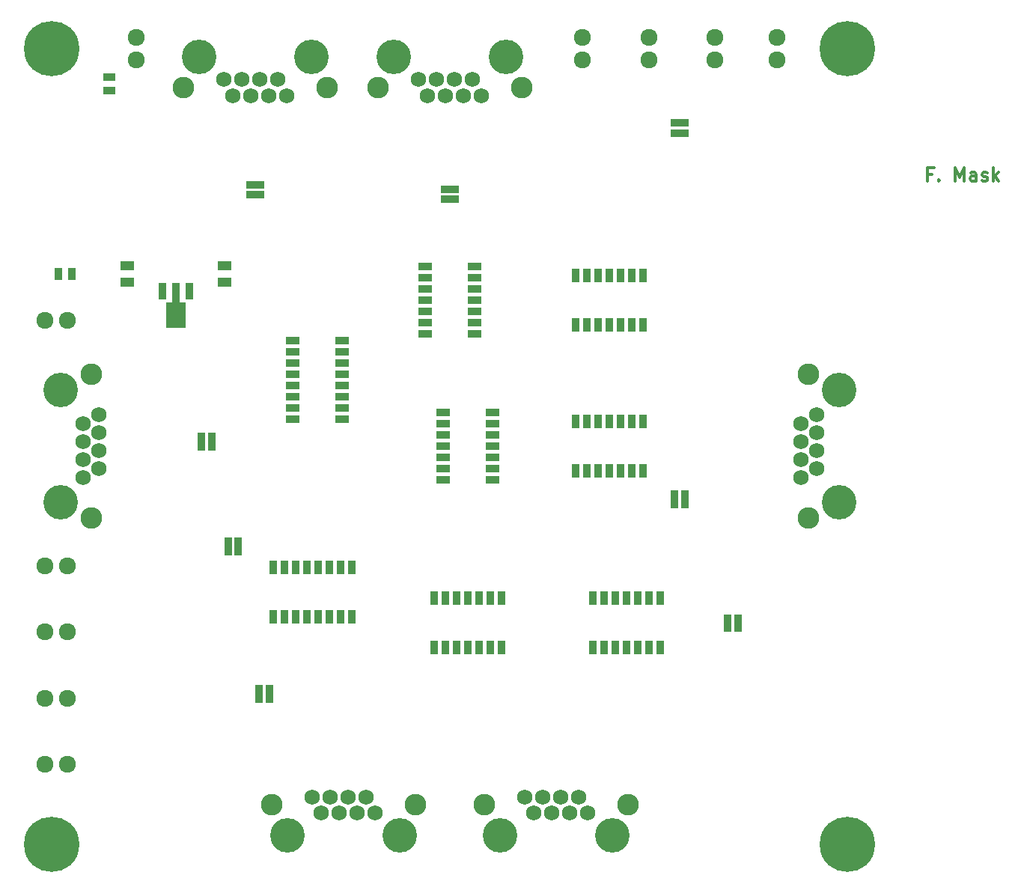
<source format=gts>
G04 (created by PCBNEW (2013-07-07 BZR 4022)-stable) date 9/18/2013 12:24:05*
%MOIN*%
G04 Gerber Fmt 3.4, Leading zero omitted, Abs format*
%FSLAX34Y34*%
G01*
G70*
G90*
G04 APERTURE LIST*
%ADD10C,0.00590551*%
%ADD11C,0.011811*%
%ADD12R,0.033474X0.019674*%
%ADD13R,0.019674X0.033474*%
%ADD14R,0.0598425X0.0348425*%
%ADD15R,0.0348425X0.0598425*%
%ADD16C,0.246063*%
%ADD17C,0.0758425*%
%ADD18R,0.0648425X0.0448425*%
%ADD19R,0.0548425X0.0348425*%
%ADD20R,0.0348425X0.0548425*%
%ADD21R,0.0354425X0.0216425*%
%ADD22C,0.153543*%
%ADD23C,0.0689425*%
%ADD24C,0.0964567*%
%ADD25R,0.0374425X0.0728425*%
%ADD26R,0.0374425X0.0925425*%
%ADD27R,0.0885425X0.118143*%
G04 APERTURE END LIST*
G54D10*
G54D11*
X51392Y-16228D02*
X51195Y-16228D01*
X51195Y-16538D02*
X51195Y-15947D01*
X51476Y-15947D01*
X51701Y-16482D02*
X51729Y-16510D01*
X51701Y-16538D01*
X51673Y-16510D01*
X51701Y-16482D01*
X51701Y-16538D01*
X52432Y-16538D02*
X52432Y-15947D01*
X52629Y-16369D01*
X52826Y-15947D01*
X52826Y-16538D01*
X53360Y-16538D02*
X53360Y-16228D01*
X53332Y-16172D01*
X53276Y-16144D01*
X53163Y-16144D01*
X53107Y-16172D01*
X53360Y-16510D02*
X53304Y-16538D01*
X53163Y-16538D01*
X53107Y-16510D01*
X53079Y-16453D01*
X53079Y-16397D01*
X53107Y-16341D01*
X53163Y-16313D01*
X53304Y-16313D01*
X53360Y-16285D01*
X53613Y-16510D02*
X53669Y-16538D01*
X53782Y-16538D01*
X53838Y-16510D01*
X53866Y-16453D01*
X53866Y-16425D01*
X53838Y-16369D01*
X53782Y-16341D01*
X53697Y-16341D01*
X53641Y-16313D01*
X53613Y-16257D01*
X53613Y-16228D01*
X53641Y-16172D01*
X53697Y-16144D01*
X53782Y-16144D01*
X53838Y-16172D01*
X54119Y-16538D02*
X54119Y-15947D01*
X54176Y-16313D02*
X54344Y-16538D01*
X54344Y-16144D02*
X54119Y-16369D01*
G54D12*
X21425Y-39075D03*
X21425Y-39272D03*
X21425Y-39469D03*
X21425Y-39666D03*
X21878Y-39666D03*
X21878Y-39469D03*
X21878Y-39272D03*
X21878Y-39075D03*
X19322Y-28444D03*
X19322Y-28247D03*
X19322Y-28050D03*
X19322Y-27853D03*
X18869Y-27853D03*
X18869Y-28050D03*
X18869Y-28247D03*
X18869Y-28444D03*
G54D13*
X29626Y-17353D03*
X29823Y-17353D03*
X30020Y-17353D03*
X30217Y-17353D03*
X30217Y-16900D03*
X30020Y-16900D03*
X29823Y-16900D03*
X29626Y-16900D03*
G54D12*
X42291Y-35925D03*
X42291Y-36122D03*
X42291Y-36319D03*
X42291Y-36516D03*
X42744Y-36516D03*
X42744Y-36319D03*
X42744Y-36122D03*
X42744Y-35925D03*
G54D13*
X21554Y-16701D03*
X21357Y-16701D03*
X21160Y-16701D03*
X20963Y-16701D03*
X20963Y-17154D03*
X21160Y-17154D03*
X21357Y-17154D03*
X21554Y-17154D03*
G54D14*
X22915Y-23643D03*
X22915Y-24143D03*
X22915Y-24643D03*
X22915Y-25143D03*
X22915Y-25643D03*
X22915Y-26143D03*
X22915Y-26643D03*
X22915Y-27143D03*
X25115Y-27143D03*
X25115Y-26643D03*
X25115Y-26143D03*
X25115Y-25643D03*
X25115Y-25143D03*
X25115Y-24643D03*
X25115Y-24143D03*
X25115Y-23643D03*
G54D15*
X36295Y-37320D03*
X36795Y-37320D03*
X37295Y-37320D03*
X37795Y-37320D03*
X38295Y-37320D03*
X38795Y-37320D03*
X39295Y-37320D03*
X39295Y-35120D03*
X38795Y-35120D03*
X38295Y-35120D03*
X37795Y-35120D03*
X37295Y-35120D03*
X36795Y-35120D03*
X36295Y-35120D03*
X32208Y-35120D03*
X31708Y-35120D03*
X31208Y-35120D03*
X30708Y-35120D03*
X30208Y-35120D03*
X29708Y-35120D03*
X29208Y-35120D03*
X29208Y-37320D03*
X29708Y-37320D03*
X30208Y-37320D03*
X30708Y-37320D03*
X31208Y-37320D03*
X31708Y-37320D03*
X32208Y-37320D03*
X35507Y-29446D03*
X36007Y-29446D03*
X36507Y-29446D03*
X37007Y-29446D03*
X37507Y-29446D03*
X38007Y-29446D03*
X38507Y-29446D03*
X38507Y-27246D03*
X38007Y-27246D03*
X37507Y-27246D03*
X37007Y-27246D03*
X36507Y-27246D03*
X36007Y-27246D03*
X35507Y-27246D03*
G54D14*
X28821Y-20350D03*
X28821Y-20850D03*
X28821Y-21350D03*
X28821Y-21850D03*
X28821Y-22350D03*
X28821Y-22850D03*
X28821Y-23350D03*
X31021Y-23350D03*
X31021Y-22850D03*
X31021Y-22350D03*
X31021Y-21850D03*
X31021Y-21350D03*
X31021Y-20850D03*
X31021Y-20350D03*
X31808Y-29846D03*
X31808Y-29346D03*
X31808Y-28846D03*
X31808Y-28346D03*
X31808Y-27846D03*
X31808Y-27346D03*
X31808Y-26846D03*
X29608Y-26846D03*
X29608Y-27346D03*
X29608Y-27846D03*
X29608Y-28346D03*
X29608Y-28846D03*
X29608Y-29346D03*
X29608Y-29846D03*
G54D15*
X35507Y-22950D03*
X36007Y-22950D03*
X36507Y-22950D03*
X37007Y-22950D03*
X37507Y-22950D03*
X38007Y-22950D03*
X38507Y-22950D03*
X38507Y-20750D03*
X38007Y-20750D03*
X37507Y-20750D03*
X37007Y-20750D03*
X36507Y-20750D03*
X36007Y-20750D03*
X35507Y-20750D03*
G54D16*
X12204Y-10629D03*
X47637Y-10629D03*
X47637Y-46062D03*
X12204Y-46062D03*
G54D13*
X40452Y-13945D03*
X40255Y-13945D03*
X40058Y-13945D03*
X39861Y-13945D03*
X39861Y-14398D03*
X40058Y-14398D03*
X40255Y-14398D03*
X40452Y-14398D03*
G54D12*
X20047Y-32500D03*
X20047Y-32697D03*
X20047Y-32894D03*
X20047Y-33091D03*
X20500Y-33091D03*
X20500Y-32894D03*
X20500Y-32697D03*
X20500Y-32500D03*
G54D17*
X44488Y-10129D03*
X44488Y-11129D03*
X41732Y-10129D03*
X41732Y-11129D03*
X38779Y-10129D03*
X38779Y-11129D03*
X35826Y-10129D03*
X35826Y-11129D03*
G54D15*
X22068Y-35942D03*
X22568Y-35942D03*
X23068Y-35942D03*
X23568Y-35942D03*
X24068Y-35942D03*
X24568Y-35942D03*
X25068Y-35942D03*
X25568Y-35942D03*
X25568Y-33742D03*
X25068Y-33742D03*
X24568Y-33742D03*
X24068Y-33742D03*
X23568Y-33742D03*
X23068Y-33742D03*
X22568Y-33742D03*
X22068Y-33742D03*
G54D17*
X11901Y-42519D03*
X12901Y-42519D03*
X11901Y-39566D03*
X12901Y-39566D03*
X11901Y-36614D03*
X12901Y-36614D03*
X11901Y-33661D03*
X12901Y-33661D03*
G54D18*
X15551Y-21044D03*
X15551Y-20294D03*
X19881Y-20294D03*
X19881Y-21044D03*
G54D17*
X15944Y-10129D03*
X15944Y-11129D03*
G54D19*
X14763Y-12504D03*
X14763Y-11904D03*
G54D20*
X13095Y-20669D03*
X12495Y-20669D03*
G54D17*
X12901Y-22736D03*
X11901Y-22736D03*
G54D21*
X39929Y-30413D03*
X39929Y-30610D03*
X39929Y-30807D03*
X39929Y-31004D03*
X40382Y-31004D03*
X40382Y-30807D03*
X40382Y-30610D03*
X40382Y-30413D03*
G54D22*
X47244Y-25846D03*
X47244Y-30846D03*
G54D23*
X46244Y-26940D03*
X45543Y-27342D03*
X46244Y-27744D03*
X45543Y-28145D03*
X46244Y-28547D03*
X45543Y-28948D03*
X46244Y-29350D03*
X45543Y-29751D03*
G54D24*
X45893Y-25145D03*
X45893Y-31547D03*
G54D22*
X12598Y-30846D03*
X12598Y-25846D03*
G54D23*
X13598Y-29751D03*
X14299Y-29350D03*
X13598Y-28948D03*
X14299Y-28547D03*
X13598Y-28145D03*
X14299Y-27744D03*
X13598Y-27342D03*
X14299Y-26940D03*
G54D24*
X13948Y-31547D03*
X13948Y-25145D03*
G54D22*
X27421Y-11023D03*
X32421Y-11023D03*
G54D23*
X28515Y-12023D03*
X28917Y-12724D03*
X29318Y-12023D03*
X29720Y-12724D03*
X30122Y-12023D03*
X30523Y-12724D03*
X30925Y-12023D03*
X31326Y-12724D03*
G54D24*
X26720Y-12374D03*
X33122Y-12374D03*
G54D22*
X18759Y-11023D03*
X23759Y-11023D03*
G54D23*
X19854Y-12023D03*
X20255Y-12724D03*
X20657Y-12023D03*
X21059Y-12724D03*
X21460Y-12023D03*
X21862Y-12724D03*
X22263Y-12023D03*
X22665Y-12724D03*
G54D24*
X18059Y-12374D03*
X24460Y-12374D03*
G54D22*
X37145Y-45669D03*
X32145Y-45669D03*
G54D23*
X36051Y-44669D03*
X35649Y-43968D03*
X35248Y-44669D03*
X34846Y-43968D03*
X34444Y-44669D03*
X34043Y-43968D03*
X33641Y-44669D03*
X33240Y-43968D03*
G54D24*
X37846Y-44318D03*
X31444Y-44318D03*
G54D22*
X27696Y-45669D03*
X22696Y-45669D03*
G54D23*
X26602Y-44669D03*
X26200Y-43968D03*
X25799Y-44669D03*
X25397Y-43968D03*
X24996Y-44669D03*
X24594Y-43968D03*
X24192Y-44669D03*
X23791Y-43968D03*
G54D24*
X28397Y-44318D03*
X21996Y-44318D03*
G54D25*
X18307Y-21456D03*
G54D26*
X17716Y-21554D03*
G54D25*
X17125Y-21456D03*
G54D27*
X17716Y-22499D03*
M02*

</source>
